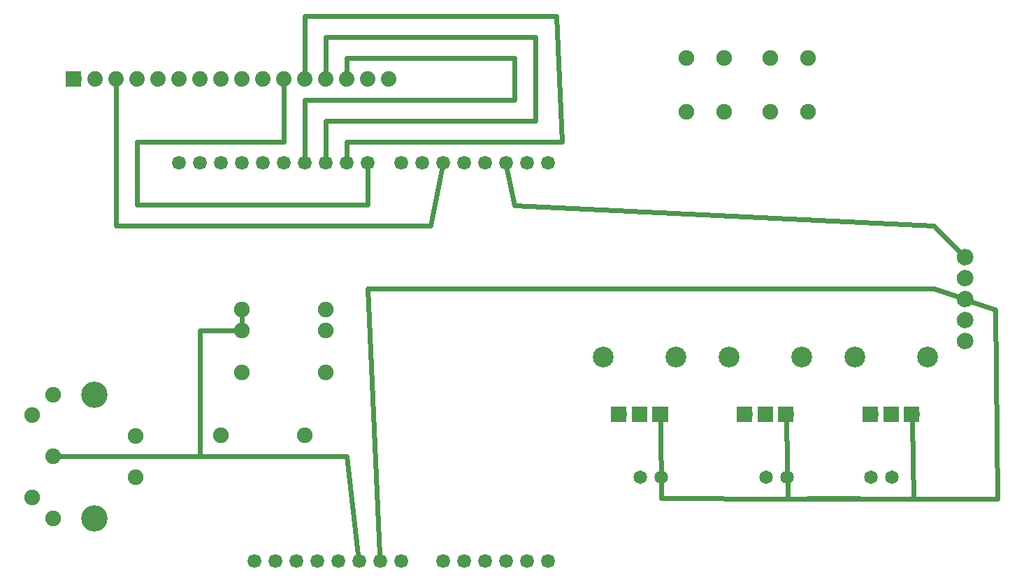
<source format=gtl>
G04 MADE WITH FRITZING*
G04 WWW.FRITZING.ORG*
G04 DOUBLE SIDED*
G04 HOLES PLATED*
G04 CONTOUR ON CENTER OF CONTOUR VECTOR*
%ASAXBY*%
%FSLAX23Y23*%
%MOIN*%
%OFA0B0*%
%SFA1.0B1.0*%
%ADD10C,0.075000*%
%ADD11C,0.126000*%
%ADD12C,0.078000*%
%ADD13C,0.066194*%
%ADD14C,0.066222*%
%ADD15C,0.074000*%
%ADD16C,0.098740*%
%ADD17C,0.065000*%
%ADD18C,0.024000*%
%ADD19R,0.001000X0.001000*%
%LNCOPPER1*%
G90*
G70*
G54D10*
X300Y345D03*
X202Y444D03*
X300Y641D03*
X202Y838D03*
X300Y936D03*
X694Y542D03*
G54D11*
X497Y936D03*
X497Y345D03*
G54D10*
X694Y739D03*
X1500Y741D03*
X1100Y741D03*
X1600Y1041D03*
X1200Y1041D03*
G54D12*
X4650Y1291D03*
X4650Y1391D03*
X4650Y1491D03*
X4650Y1591D03*
X4650Y1191D03*
G54D13*
X2260Y141D03*
X2360Y141D03*
X2460Y141D03*
X2560Y141D03*
X2660Y141D03*
G54D14*
X1800Y2041D03*
X1700Y2041D03*
X1600Y2041D03*
X1500Y2041D03*
X1400Y2041D03*
X1300Y2041D03*
X1200Y2041D03*
X1100Y2041D03*
X1000Y2041D03*
X900Y2041D03*
X2660Y2041D03*
X2560Y2041D03*
X2460Y2041D03*
X2360Y2041D03*
X2260Y2041D03*
X2160Y2041D03*
X2060Y2041D03*
X1960Y2041D03*
G54D13*
X1360Y141D03*
X1260Y141D03*
X1460Y141D03*
X1560Y141D03*
X1660Y141D03*
X1760Y141D03*
X1860Y141D03*
X1960Y141D03*
X2160Y141D03*
G54D10*
X3323Y2285D03*
X3323Y2541D03*
X3500Y2285D03*
X3500Y2541D03*
X3723Y2285D03*
X3723Y2541D03*
X3900Y2285D03*
X3900Y2541D03*
G54D15*
X3600Y841D03*
X3698Y841D03*
X3797Y841D03*
G54D16*
X3525Y1116D03*
X3872Y1116D03*
G54D15*
X3600Y841D03*
X3698Y841D03*
X3797Y841D03*
G54D16*
X3525Y1116D03*
X3872Y1116D03*
G54D15*
X3000Y841D03*
X3098Y841D03*
X3197Y841D03*
G54D16*
X2925Y1116D03*
X3272Y1116D03*
G54D15*
X3000Y841D03*
X3098Y841D03*
X3197Y841D03*
G54D16*
X2925Y1116D03*
X3272Y1116D03*
G54D15*
X4200Y841D03*
X4298Y841D03*
X4397Y841D03*
G54D16*
X4125Y1116D03*
X4472Y1116D03*
G54D15*
X4200Y841D03*
X4298Y841D03*
X4397Y841D03*
G54D16*
X4125Y1116D03*
X4472Y1116D03*
G54D15*
X400Y2441D03*
X500Y2441D03*
X600Y2441D03*
X700Y2441D03*
X800Y2441D03*
X900Y2441D03*
X1000Y2441D03*
X1100Y2441D03*
X1200Y2441D03*
X1300Y2441D03*
X1400Y2441D03*
X1500Y2441D03*
X1600Y2441D03*
X1700Y2441D03*
X1800Y2441D03*
X1900Y2441D03*
X400Y2441D03*
X500Y2441D03*
X600Y2441D03*
X700Y2441D03*
X800Y2441D03*
X900Y2441D03*
X1000Y2441D03*
X1100Y2441D03*
X1200Y2441D03*
X1300Y2441D03*
X1400Y2441D03*
X1500Y2441D03*
X1600Y2441D03*
X1700Y2441D03*
X1800Y2441D03*
X1900Y2441D03*
G54D10*
X1200Y1341D03*
X1600Y1341D03*
X1200Y1241D03*
X1600Y1241D03*
G54D17*
X3700Y541D03*
X3800Y541D03*
X3700Y541D03*
X3800Y541D03*
X3100Y541D03*
X3200Y541D03*
X3100Y541D03*
X3200Y541D03*
X4200Y541D03*
X4300Y541D03*
X4200Y541D03*
X4300Y541D03*
G54D18*
X2500Y2341D02*
X2500Y2541D01*
D02*
X1700Y2141D02*
X2728Y2141D01*
D02*
X1600Y2241D02*
X2600Y2241D01*
D02*
X1500Y2341D02*
X2500Y2341D01*
D02*
X2600Y2241D02*
X2600Y2641D01*
D02*
X2728Y2141D02*
X2700Y2741D01*
D02*
X2700Y2741D02*
X1500Y2741D01*
D02*
X1500Y2741D02*
X1500Y2472D01*
D02*
X2600Y2641D02*
X1600Y2641D01*
D02*
X1600Y2641D02*
X1600Y2472D01*
D02*
X2500Y2541D02*
X1700Y2541D01*
D02*
X1700Y2541D02*
X1700Y2472D01*
D02*
X1700Y2071D02*
X1700Y2141D01*
D02*
X1600Y2071D02*
X1600Y2241D01*
D02*
X1500Y2071D02*
X1500Y2341D01*
D02*
X700Y1841D02*
X700Y2141D01*
D02*
X1800Y1841D02*
X700Y1841D01*
D02*
X1400Y2141D02*
X1400Y2410D01*
D02*
X700Y2141D02*
X1400Y2141D01*
D02*
X1800Y2010D02*
X1800Y1841D01*
D02*
X2100Y1741D02*
X600Y1741D01*
D02*
X600Y1741D02*
X600Y2410D01*
D02*
X2154Y2011D02*
X2100Y1741D01*
D02*
X1200Y1269D02*
X1200Y1312D01*
D02*
X1700Y641D02*
X1000Y641D01*
D02*
X1756Y171D02*
X1700Y641D01*
D02*
X1000Y641D02*
X329Y641D01*
D02*
X1000Y641D02*
X1000Y1241D01*
D02*
X1000Y1241D02*
X1171Y1241D01*
D02*
X3200Y441D02*
X3197Y810D01*
D02*
X3797Y810D02*
X3804Y437D01*
D02*
X3804Y437D02*
X3200Y441D01*
D02*
X4404Y437D02*
X4397Y810D01*
D02*
X3804Y437D02*
X4404Y437D01*
D02*
X3900Y1441D02*
X3400Y1441D01*
D02*
X4404Y437D02*
X3900Y441D01*
D02*
X4500Y1741D02*
X2500Y1837D01*
D02*
X2500Y1837D02*
X2466Y2011D01*
D02*
X4627Y1613D02*
X4500Y1741D01*
D02*
X4500Y1441D02*
X4620Y1401D01*
D02*
X3900Y1441D02*
X4500Y1441D01*
D02*
X3400Y1441D02*
X3900Y1441D01*
D02*
X3400Y1441D02*
X1800Y1441D01*
D02*
X1800Y1441D02*
X1859Y171D01*
D02*
X3200Y441D02*
X3400Y441D01*
D02*
X3197Y810D02*
X3200Y441D01*
D02*
X4804Y437D02*
X4796Y1341D01*
D02*
X4796Y1341D02*
X4680Y1380D01*
D02*
X4404Y437D02*
X4804Y437D01*
G54D19*
X363Y2478D02*
X436Y2478D01*
X363Y2477D02*
X436Y2477D01*
X363Y2476D02*
X436Y2476D01*
X363Y2475D02*
X436Y2475D01*
X363Y2474D02*
X436Y2474D01*
X363Y2473D02*
X436Y2473D01*
X363Y2472D02*
X436Y2472D01*
X363Y2471D02*
X436Y2471D01*
X363Y2470D02*
X436Y2470D01*
X363Y2469D02*
X436Y2469D01*
X363Y2468D02*
X436Y2468D01*
X363Y2467D02*
X436Y2467D01*
X363Y2466D02*
X436Y2466D01*
X363Y2465D02*
X436Y2465D01*
X363Y2464D02*
X436Y2464D01*
X363Y2463D02*
X436Y2463D01*
X363Y2462D02*
X436Y2462D01*
X363Y2461D02*
X396Y2461D01*
X403Y2461D02*
X436Y2461D01*
X363Y2460D02*
X392Y2460D01*
X407Y2460D02*
X436Y2460D01*
X363Y2459D02*
X390Y2459D01*
X409Y2459D02*
X436Y2459D01*
X363Y2458D02*
X388Y2458D01*
X411Y2458D02*
X436Y2458D01*
X363Y2457D02*
X387Y2457D01*
X412Y2457D02*
X436Y2457D01*
X363Y2456D02*
X386Y2456D01*
X413Y2456D02*
X436Y2456D01*
X363Y2455D02*
X384Y2455D01*
X414Y2455D02*
X436Y2455D01*
X363Y2454D02*
X384Y2454D01*
X415Y2454D02*
X436Y2454D01*
X363Y2453D02*
X383Y2453D01*
X416Y2453D02*
X436Y2453D01*
X363Y2452D02*
X382Y2452D01*
X417Y2452D02*
X436Y2452D01*
X363Y2451D02*
X382Y2451D01*
X417Y2451D02*
X436Y2451D01*
X363Y2450D02*
X381Y2450D01*
X418Y2450D02*
X436Y2450D01*
X363Y2449D02*
X381Y2449D01*
X418Y2449D02*
X436Y2449D01*
X363Y2448D02*
X380Y2448D01*
X419Y2448D02*
X436Y2448D01*
X363Y2447D02*
X380Y2447D01*
X419Y2447D02*
X436Y2447D01*
X363Y2446D02*
X380Y2446D01*
X419Y2446D02*
X436Y2446D01*
X363Y2445D02*
X379Y2445D01*
X420Y2445D02*
X436Y2445D01*
X363Y2444D02*
X379Y2444D01*
X420Y2444D02*
X436Y2444D01*
X363Y2443D02*
X379Y2443D01*
X420Y2443D02*
X436Y2443D01*
X363Y2442D02*
X379Y2442D01*
X420Y2442D02*
X436Y2442D01*
X363Y2441D02*
X379Y2441D01*
X420Y2441D02*
X436Y2441D01*
X363Y2440D02*
X379Y2440D01*
X420Y2440D02*
X436Y2440D01*
X363Y2439D02*
X379Y2439D01*
X420Y2439D02*
X436Y2439D01*
X363Y2438D02*
X379Y2438D01*
X420Y2438D02*
X436Y2438D01*
X363Y2437D02*
X379Y2437D01*
X419Y2437D02*
X436Y2437D01*
X363Y2436D02*
X380Y2436D01*
X419Y2436D02*
X436Y2436D01*
X363Y2435D02*
X380Y2435D01*
X419Y2435D02*
X436Y2435D01*
X363Y2434D02*
X380Y2434D01*
X419Y2434D02*
X436Y2434D01*
X363Y2433D02*
X381Y2433D01*
X418Y2433D02*
X436Y2433D01*
X363Y2432D02*
X381Y2432D01*
X418Y2432D02*
X436Y2432D01*
X363Y2431D02*
X382Y2431D01*
X417Y2431D02*
X436Y2431D01*
X363Y2430D02*
X382Y2430D01*
X417Y2430D02*
X436Y2430D01*
X363Y2429D02*
X383Y2429D01*
X416Y2429D02*
X436Y2429D01*
X363Y2428D02*
X384Y2428D01*
X415Y2428D02*
X436Y2428D01*
X363Y2427D02*
X385Y2427D01*
X414Y2427D02*
X436Y2427D01*
X363Y2426D02*
X386Y2426D01*
X413Y2426D02*
X436Y2426D01*
X363Y2425D02*
X387Y2425D01*
X412Y2425D02*
X436Y2425D01*
X363Y2424D02*
X389Y2424D01*
X410Y2424D02*
X436Y2424D01*
X363Y2423D02*
X391Y2423D01*
X408Y2423D02*
X436Y2423D01*
X363Y2422D02*
X393Y2422D01*
X406Y2422D02*
X436Y2422D01*
X363Y2421D02*
X436Y2421D01*
X363Y2420D02*
X436Y2420D01*
X363Y2419D02*
X436Y2419D01*
X363Y2418D02*
X436Y2418D01*
X363Y2417D02*
X436Y2417D01*
X363Y2416D02*
X436Y2416D01*
X363Y2415D02*
X436Y2415D01*
X363Y2414D02*
X436Y2414D01*
X363Y2413D02*
X436Y2413D01*
X363Y2412D02*
X436Y2412D01*
X363Y2411D02*
X436Y2411D01*
X363Y2410D02*
X436Y2410D01*
X363Y2409D02*
X436Y2409D01*
X363Y2408D02*
X436Y2408D01*
X363Y2407D02*
X436Y2407D01*
X363Y2406D02*
X436Y2406D01*
X363Y2405D02*
X436Y2405D01*
X4646Y1630D02*
X4652Y1630D01*
X4641Y1629D02*
X4658Y1629D01*
X4637Y1628D02*
X4661Y1628D01*
X4635Y1627D02*
X4663Y1627D01*
X4633Y1626D02*
X4665Y1626D01*
X4631Y1625D02*
X4667Y1625D01*
X4629Y1624D02*
X4669Y1624D01*
X4628Y1623D02*
X4670Y1623D01*
X4627Y1622D02*
X4671Y1622D01*
X4625Y1621D02*
X4673Y1621D01*
X4624Y1620D02*
X4674Y1620D01*
X4623Y1619D02*
X4675Y1619D01*
X4622Y1618D02*
X4676Y1618D01*
X4621Y1617D02*
X4677Y1617D01*
X4620Y1616D02*
X4678Y1616D01*
X4619Y1615D02*
X4679Y1615D01*
X4619Y1614D02*
X4679Y1614D01*
X4618Y1613D02*
X4680Y1613D01*
X4617Y1612D02*
X4645Y1612D01*
X4653Y1612D02*
X4681Y1612D01*
X4617Y1611D02*
X4641Y1611D01*
X4657Y1611D02*
X4682Y1611D01*
X4616Y1610D02*
X4638Y1610D01*
X4660Y1610D02*
X4682Y1610D01*
X4615Y1609D02*
X4636Y1609D01*
X4662Y1609D02*
X4683Y1609D01*
X4615Y1608D02*
X4635Y1608D01*
X4663Y1608D02*
X4683Y1608D01*
X4614Y1607D02*
X4634Y1607D01*
X4664Y1607D02*
X4684Y1607D01*
X4614Y1606D02*
X4633Y1606D01*
X4665Y1606D02*
X4684Y1606D01*
X4613Y1605D02*
X4632Y1605D01*
X4666Y1605D02*
X4685Y1605D01*
X4613Y1604D02*
X4631Y1604D01*
X4667Y1604D02*
X4685Y1604D01*
X4613Y1603D02*
X4630Y1603D01*
X4668Y1603D02*
X4685Y1603D01*
X4612Y1602D02*
X4630Y1602D01*
X4668Y1602D02*
X4686Y1602D01*
X4612Y1601D02*
X4629Y1601D01*
X4669Y1601D02*
X4686Y1601D01*
X4612Y1600D02*
X4629Y1600D01*
X4669Y1600D02*
X4686Y1600D01*
X4611Y1599D02*
X4629Y1599D01*
X4669Y1599D02*
X4687Y1599D01*
X4611Y1598D02*
X4628Y1598D01*
X4670Y1598D02*
X4687Y1598D01*
X4611Y1597D02*
X4628Y1597D01*
X4670Y1597D02*
X4687Y1597D01*
X4611Y1596D02*
X4628Y1596D01*
X4670Y1596D02*
X4687Y1596D01*
X4611Y1595D02*
X4628Y1595D01*
X4670Y1595D02*
X4687Y1595D01*
X4611Y1594D02*
X4628Y1594D01*
X4670Y1594D02*
X4687Y1594D01*
X4611Y1593D02*
X4628Y1593D01*
X4670Y1593D02*
X4687Y1593D01*
X4611Y1592D02*
X4628Y1592D01*
X4671Y1592D02*
X4688Y1592D01*
X4611Y1591D02*
X4628Y1591D01*
X4671Y1591D02*
X4688Y1591D01*
X4611Y1590D02*
X4628Y1590D01*
X4670Y1590D02*
X4688Y1590D01*
X4611Y1589D02*
X4628Y1589D01*
X4670Y1589D02*
X4687Y1589D01*
X4611Y1588D02*
X4628Y1588D01*
X4670Y1588D02*
X4687Y1588D01*
X4611Y1587D02*
X4628Y1587D01*
X4670Y1587D02*
X4687Y1587D01*
X4611Y1586D02*
X4628Y1586D01*
X4670Y1586D02*
X4687Y1586D01*
X4611Y1585D02*
X4628Y1585D01*
X4670Y1585D02*
X4687Y1585D01*
X4611Y1584D02*
X4629Y1584D01*
X4670Y1584D02*
X4687Y1584D01*
X4612Y1583D02*
X4629Y1583D01*
X4669Y1583D02*
X4687Y1583D01*
X4612Y1582D02*
X4629Y1582D01*
X4669Y1582D02*
X4686Y1582D01*
X4612Y1581D02*
X4630Y1581D01*
X4668Y1581D02*
X4686Y1581D01*
X4612Y1580D02*
X4630Y1580D01*
X4668Y1580D02*
X4686Y1580D01*
X4613Y1579D02*
X4631Y1579D01*
X4667Y1579D02*
X4685Y1579D01*
X4613Y1578D02*
X4631Y1578D01*
X4667Y1578D02*
X4685Y1578D01*
X4614Y1577D02*
X4632Y1577D01*
X4666Y1577D02*
X4684Y1577D01*
X4614Y1576D02*
X4633Y1576D01*
X4665Y1576D02*
X4684Y1576D01*
X4615Y1575D02*
X4634Y1575D01*
X4664Y1575D02*
X4684Y1575D01*
X4615Y1574D02*
X4635Y1574D01*
X4663Y1574D02*
X4683Y1574D01*
X4616Y1573D02*
X4637Y1573D01*
X4661Y1573D02*
X4682Y1573D01*
X4616Y1572D02*
X4639Y1572D01*
X4659Y1572D02*
X4682Y1572D01*
X4617Y1571D02*
X4642Y1571D01*
X4656Y1571D02*
X4681Y1571D01*
X4617Y1570D02*
X4681Y1570D01*
X4618Y1569D02*
X4680Y1569D01*
X4619Y1568D02*
X4679Y1568D01*
X4620Y1567D02*
X4678Y1567D01*
X4621Y1566D02*
X4677Y1566D01*
X4622Y1565D02*
X4677Y1565D01*
X4623Y1564D02*
X4676Y1564D01*
X4624Y1563D02*
X4674Y1563D01*
X4625Y1562D02*
X4673Y1562D01*
X4626Y1561D02*
X4672Y1561D01*
X4627Y1560D02*
X4671Y1560D01*
X4629Y1559D02*
X4669Y1559D01*
X4630Y1558D02*
X4668Y1558D01*
X4632Y1557D02*
X4666Y1557D01*
X4634Y1556D02*
X4664Y1556D01*
X4636Y1555D02*
X4662Y1555D01*
X4639Y1554D02*
X4659Y1554D01*
X4642Y1553D02*
X4656Y1553D01*
X4646Y1530D02*
X4652Y1530D01*
X4641Y1529D02*
X4658Y1529D01*
X4637Y1528D02*
X4661Y1528D01*
X4635Y1527D02*
X4663Y1527D01*
X4633Y1526D02*
X4665Y1526D01*
X4631Y1525D02*
X4667Y1525D01*
X4629Y1524D02*
X4669Y1524D01*
X4628Y1523D02*
X4670Y1523D01*
X4627Y1522D02*
X4671Y1522D01*
X4625Y1521D02*
X4673Y1521D01*
X4624Y1520D02*
X4674Y1520D01*
X4623Y1519D02*
X4675Y1519D01*
X4622Y1518D02*
X4676Y1518D01*
X4621Y1517D02*
X4677Y1517D01*
X4620Y1516D02*
X4678Y1516D01*
X4619Y1515D02*
X4679Y1515D01*
X4619Y1514D02*
X4679Y1514D01*
X4618Y1513D02*
X4680Y1513D01*
X4617Y1512D02*
X4645Y1512D01*
X4653Y1512D02*
X4681Y1512D01*
X4617Y1511D02*
X4641Y1511D01*
X4658Y1511D02*
X4682Y1511D01*
X4616Y1510D02*
X4638Y1510D01*
X4660Y1510D02*
X4682Y1510D01*
X4615Y1509D02*
X4636Y1509D01*
X4662Y1509D02*
X4683Y1509D01*
X4615Y1508D02*
X4635Y1508D01*
X4663Y1508D02*
X4683Y1508D01*
X4614Y1507D02*
X4634Y1507D01*
X4664Y1507D02*
X4684Y1507D01*
X4614Y1506D02*
X4633Y1506D01*
X4665Y1506D02*
X4684Y1506D01*
X4613Y1505D02*
X4632Y1505D01*
X4666Y1505D02*
X4685Y1505D01*
X4613Y1504D02*
X4631Y1504D01*
X4667Y1504D02*
X4685Y1504D01*
X4613Y1503D02*
X4630Y1503D01*
X4668Y1503D02*
X4685Y1503D01*
X4612Y1502D02*
X4630Y1502D01*
X4668Y1502D02*
X4686Y1502D01*
X4612Y1501D02*
X4629Y1501D01*
X4669Y1501D02*
X4686Y1501D01*
X4612Y1500D02*
X4629Y1500D01*
X4669Y1500D02*
X4686Y1500D01*
X4611Y1499D02*
X4629Y1499D01*
X4669Y1499D02*
X4687Y1499D01*
X4611Y1498D02*
X4628Y1498D01*
X4670Y1498D02*
X4687Y1498D01*
X4611Y1497D02*
X4628Y1497D01*
X4670Y1497D02*
X4687Y1497D01*
X4611Y1496D02*
X4628Y1496D01*
X4670Y1496D02*
X4687Y1496D01*
X4611Y1495D02*
X4628Y1495D01*
X4670Y1495D02*
X4687Y1495D01*
X4611Y1494D02*
X4628Y1494D01*
X4670Y1494D02*
X4687Y1494D01*
X4611Y1493D02*
X4628Y1493D01*
X4670Y1493D02*
X4687Y1493D01*
X4611Y1492D02*
X4628Y1492D01*
X4671Y1492D02*
X4688Y1492D01*
X4611Y1491D02*
X4628Y1491D01*
X4671Y1491D02*
X4688Y1491D01*
X4611Y1490D02*
X4628Y1490D01*
X4670Y1490D02*
X4688Y1490D01*
X4611Y1489D02*
X4628Y1489D01*
X4670Y1489D02*
X4687Y1489D01*
X4611Y1488D02*
X4628Y1488D01*
X4670Y1488D02*
X4687Y1488D01*
X4611Y1487D02*
X4628Y1487D01*
X4670Y1487D02*
X4687Y1487D01*
X4611Y1486D02*
X4628Y1486D01*
X4670Y1486D02*
X4687Y1486D01*
X4611Y1485D02*
X4628Y1485D01*
X4670Y1485D02*
X4687Y1485D01*
X4611Y1484D02*
X4629Y1484D01*
X4670Y1484D02*
X4687Y1484D01*
X4612Y1483D02*
X4629Y1483D01*
X4669Y1483D02*
X4687Y1483D01*
X4612Y1482D02*
X4629Y1482D01*
X4669Y1482D02*
X4686Y1482D01*
X4612Y1481D02*
X4630Y1481D01*
X4668Y1481D02*
X4686Y1481D01*
X4612Y1480D02*
X4630Y1480D01*
X4668Y1480D02*
X4686Y1480D01*
X4613Y1479D02*
X4631Y1479D01*
X4667Y1479D02*
X4685Y1479D01*
X4613Y1478D02*
X4631Y1478D01*
X4667Y1478D02*
X4685Y1478D01*
X4614Y1477D02*
X4632Y1477D01*
X4666Y1477D02*
X4684Y1477D01*
X4614Y1476D02*
X4633Y1476D01*
X4665Y1476D02*
X4684Y1476D01*
X4615Y1475D02*
X4634Y1475D01*
X4664Y1475D02*
X4684Y1475D01*
X4615Y1474D02*
X4635Y1474D01*
X4663Y1474D02*
X4683Y1474D01*
X4616Y1473D02*
X4637Y1473D01*
X4661Y1473D02*
X4682Y1473D01*
X4616Y1472D02*
X4639Y1472D01*
X4659Y1472D02*
X4682Y1472D01*
X4617Y1471D02*
X4642Y1471D01*
X4656Y1471D02*
X4681Y1471D01*
X4617Y1470D02*
X4681Y1470D01*
X4618Y1469D02*
X4680Y1469D01*
X4619Y1468D02*
X4679Y1468D01*
X4620Y1467D02*
X4678Y1467D01*
X4621Y1466D02*
X4677Y1466D01*
X4622Y1465D02*
X4676Y1465D01*
X4623Y1464D02*
X4676Y1464D01*
X4624Y1463D02*
X4674Y1463D01*
X4625Y1462D02*
X4673Y1462D01*
X4626Y1461D02*
X4672Y1461D01*
X4627Y1460D02*
X4671Y1460D01*
X4629Y1459D02*
X4669Y1459D01*
X4630Y1458D02*
X4668Y1458D01*
X4632Y1457D02*
X4666Y1457D01*
X4634Y1456D02*
X4664Y1456D01*
X4636Y1455D02*
X4662Y1455D01*
X4639Y1454D02*
X4659Y1454D01*
X4642Y1453D02*
X4656Y1453D01*
X4646Y1430D02*
X4652Y1430D01*
X4640Y1429D02*
X4658Y1429D01*
X4637Y1428D02*
X4661Y1428D01*
X4635Y1427D02*
X4663Y1427D01*
X4633Y1426D02*
X4665Y1426D01*
X4631Y1425D02*
X4667Y1425D01*
X4629Y1424D02*
X4669Y1424D01*
X4628Y1423D02*
X4670Y1423D01*
X4627Y1422D02*
X4671Y1422D01*
X4625Y1421D02*
X4673Y1421D01*
X4624Y1420D02*
X4674Y1420D01*
X4623Y1419D02*
X4675Y1419D01*
X4622Y1418D02*
X4676Y1418D01*
X4621Y1417D02*
X4677Y1417D01*
X4620Y1416D02*
X4678Y1416D01*
X4619Y1415D02*
X4679Y1415D01*
X4619Y1414D02*
X4679Y1414D01*
X4618Y1413D02*
X4680Y1413D01*
X4617Y1412D02*
X4645Y1412D01*
X4653Y1412D02*
X4681Y1412D01*
X4617Y1411D02*
X4641Y1411D01*
X4658Y1411D02*
X4682Y1411D01*
X4616Y1410D02*
X4638Y1410D01*
X4660Y1410D02*
X4682Y1410D01*
X4615Y1409D02*
X4636Y1409D01*
X4662Y1409D02*
X4683Y1409D01*
X4615Y1408D02*
X4635Y1408D01*
X4663Y1408D02*
X4683Y1408D01*
X4614Y1407D02*
X4634Y1407D01*
X4664Y1407D02*
X4684Y1407D01*
X4614Y1406D02*
X4633Y1406D01*
X4665Y1406D02*
X4684Y1406D01*
X4613Y1405D02*
X4632Y1405D01*
X4666Y1405D02*
X4685Y1405D01*
X4613Y1404D02*
X4631Y1404D01*
X4667Y1404D02*
X4685Y1404D01*
X4613Y1403D02*
X4630Y1403D01*
X4668Y1403D02*
X4685Y1403D01*
X4612Y1402D02*
X4630Y1402D01*
X4668Y1402D02*
X4686Y1402D01*
X4612Y1401D02*
X4629Y1401D01*
X4669Y1401D02*
X4686Y1401D01*
X4612Y1400D02*
X4629Y1400D01*
X4669Y1400D02*
X4686Y1400D01*
X4611Y1399D02*
X4629Y1399D01*
X4669Y1399D02*
X4687Y1399D01*
X4611Y1398D02*
X4628Y1398D01*
X4670Y1398D02*
X4687Y1398D01*
X4611Y1397D02*
X4628Y1397D01*
X4670Y1397D02*
X4687Y1397D01*
X4611Y1396D02*
X4628Y1396D01*
X4670Y1396D02*
X4687Y1396D01*
X4611Y1395D02*
X4628Y1395D01*
X4670Y1395D02*
X4687Y1395D01*
X4611Y1394D02*
X4628Y1394D01*
X4670Y1394D02*
X4687Y1394D01*
X4611Y1393D02*
X4628Y1393D01*
X4670Y1393D02*
X4687Y1393D01*
X4611Y1392D02*
X4628Y1392D01*
X4671Y1392D02*
X4688Y1392D01*
X4611Y1391D02*
X4628Y1391D01*
X4671Y1391D02*
X4688Y1391D01*
X4611Y1390D02*
X4628Y1390D01*
X4670Y1390D02*
X4688Y1390D01*
X4611Y1389D02*
X4628Y1389D01*
X4670Y1389D02*
X4687Y1389D01*
X4611Y1388D02*
X4628Y1388D01*
X4670Y1388D02*
X4687Y1388D01*
X4611Y1387D02*
X4628Y1387D01*
X4670Y1387D02*
X4687Y1387D01*
X4611Y1386D02*
X4628Y1386D01*
X4670Y1386D02*
X4687Y1386D01*
X4611Y1385D02*
X4628Y1385D01*
X4670Y1385D02*
X4687Y1385D01*
X4611Y1384D02*
X4629Y1384D01*
X4670Y1384D02*
X4687Y1384D01*
X4612Y1383D02*
X4629Y1383D01*
X4669Y1383D02*
X4687Y1383D01*
X4612Y1382D02*
X4629Y1382D01*
X4669Y1382D02*
X4686Y1382D01*
X4612Y1381D02*
X4630Y1381D01*
X4668Y1381D02*
X4686Y1381D01*
X4612Y1380D02*
X4630Y1380D01*
X4668Y1380D02*
X4686Y1380D01*
X4613Y1379D02*
X4631Y1379D01*
X4667Y1379D02*
X4685Y1379D01*
X4613Y1378D02*
X4631Y1378D01*
X4667Y1378D02*
X4685Y1378D01*
X4614Y1377D02*
X4632Y1377D01*
X4666Y1377D02*
X4684Y1377D01*
X4614Y1376D02*
X4633Y1376D01*
X4665Y1376D02*
X4684Y1376D01*
X4615Y1375D02*
X4634Y1375D01*
X4664Y1375D02*
X4684Y1375D01*
X4615Y1374D02*
X4635Y1374D01*
X4663Y1374D02*
X4683Y1374D01*
X4616Y1373D02*
X4637Y1373D01*
X4661Y1373D02*
X4682Y1373D01*
X4616Y1372D02*
X4639Y1372D01*
X4659Y1372D02*
X4682Y1372D01*
X4617Y1371D02*
X4642Y1371D01*
X4656Y1371D02*
X4681Y1371D01*
X4617Y1370D02*
X4681Y1370D01*
X4618Y1369D02*
X4680Y1369D01*
X4619Y1368D02*
X4679Y1368D01*
X4620Y1367D02*
X4678Y1367D01*
X4621Y1366D02*
X4677Y1366D01*
X4622Y1365D02*
X4676Y1365D01*
X4623Y1364D02*
X4676Y1364D01*
X4624Y1363D02*
X4674Y1363D01*
X4625Y1362D02*
X4673Y1362D01*
X4626Y1361D02*
X4672Y1361D01*
X4627Y1360D02*
X4671Y1360D01*
X4629Y1359D02*
X4669Y1359D01*
X4630Y1358D02*
X4668Y1358D01*
X4632Y1357D02*
X4666Y1357D01*
X4634Y1356D02*
X4664Y1356D01*
X4636Y1355D02*
X4662Y1355D01*
X4639Y1354D02*
X4659Y1354D01*
X4642Y1353D02*
X4656Y1353D01*
X4646Y1330D02*
X4652Y1330D01*
X4640Y1329D02*
X4658Y1329D01*
X4637Y1328D02*
X4661Y1328D01*
X4635Y1327D02*
X4663Y1327D01*
X4633Y1326D02*
X4665Y1326D01*
X4631Y1325D02*
X4667Y1325D01*
X4629Y1324D02*
X4669Y1324D01*
X4628Y1323D02*
X4670Y1323D01*
X4627Y1322D02*
X4671Y1322D01*
X4625Y1321D02*
X4673Y1321D01*
X4624Y1320D02*
X4674Y1320D01*
X4623Y1319D02*
X4675Y1319D01*
X4622Y1318D02*
X4676Y1318D01*
X4621Y1317D02*
X4677Y1317D01*
X4620Y1316D02*
X4678Y1316D01*
X4619Y1315D02*
X4679Y1315D01*
X4619Y1314D02*
X4679Y1314D01*
X4618Y1313D02*
X4680Y1313D01*
X4617Y1312D02*
X4645Y1312D01*
X4653Y1312D02*
X4681Y1312D01*
X4617Y1311D02*
X4641Y1311D01*
X4658Y1311D02*
X4682Y1311D01*
X4616Y1310D02*
X4638Y1310D01*
X4660Y1310D02*
X4682Y1310D01*
X4615Y1309D02*
X4636Y1309D01*
X4662Y1309D02*
X4683Y1309D01*
X4615Y1308D02*
X4635Y1308D01*
X4663Y1308D02*
X4683Y1308D01*
X4614Y1307D02*
X4634Y1307D01*
X4664Y1307D02*
X4684Y1307D01*
X4614Y1306D02*
X4633Y1306D01*
X4665Y1306D02*
X4684Y1306D01*
X4613Y1305D02*
X4632Y1305D01*
X4666Y1305D02*
X4685Y1305D01*
X4613Y1304D02*
X4631Y1304D01*
X4667Y1304D02*
X4685Y1304D01*
X4613Y1303D02*
X4630Y1303D01*
X4668Y1303D02*
X4685Y1303D01*
X4612Y1302D02*
X4630Y1302D01*
X4668Y1302D02*
X4686Y1302D01*
X4612Y1301D02*
X4629Y1301D01*
X4669Y1301D02*
X4686Y1301D01*
X4612Y1300D02*
X4629Y1300D01*
X4669Y1300D02*
X4686Y1300D01*
X4611Y1299D02*
X4629Y1299D01*
X4669Y1299D02*
X4687Y1299D01*
X4611Y1298D02*
X4628Y1298D01*
X4670Y1298D02*
X4687Y1298D01*
X4611Y1297D02*
X4628Y1297D01*
X4670Y1297D02*
X4687Y1297D01*
X4611Y1296D02*
X4628Y1296D01*
X4670Y1296D02*
X4687Y1296D01*
X4611Y1295D02*
X4628Y1295D01*
X4670Y1295D02*
X4687Y1295D01*
X4611Y1294D02*
X4628Y1294D01*
X4670Y1294D02*
X4687Y1294D01*
X4611Y1293D02*
X4628Y1293D01*
X4670Y1293D02*
X4687Y1293D01*
X4611Y1292D02*
X4628Y1292D01*
X4671Y1292D02*
X4688Y1292D01*
X4611Y1291D02*
X4628Y1291D01*
X4671Y1291D02*
X4688Y1291D01*
X4611Y1290D02*
X4628Y1290D01*
X4670Y1290D02*
X4688Y1290D01*
X4611Y1289D02*
X4628Y1289D01*
X4670Y1289D02*
X4687Y1289D01*
X4611Y1288D02*
X4628Y1288D01*
X4670Y1288D02*
X4687Y1288D01*
X4611Y1287D02*
X4628Y1287D01*
X4670Y1287D02*
X4687Y1287D01*
X4611Y1286D02*
X4628Y1286D01*
X4670Y1286D02*
X4687Y1286D01*
X4611Y1285D02*
X4628Y1285D01*
X4670Y1285D02*
X4687Y1285D01*
X4611Y1284D02*
X4629Y1284D01*
X4670Y1284D02*
X4687Y1284D01*
X4612Y1283D02*
X4629Y1283D01*
X4669Y1283D02*
X4687Y1283D01*
X4612Y1282D02*
X4629Y1282D01*
X4669Y1282D02*
X4686Y1282D01*
X4612Y1281D02*
X4630Y1281D01*
X4668Y1281D02*
X4686Y1281D01*
X4612Y1280D02*
X4630Y1280D01*
X4668Y1280D02*
X4686Y1280D01*
X4613Y1279D02*
X4631Y1279D01*
X4667Y1279D02*
X4685Y1279D01*
X4613Y1278D02*
X4631Y1278D01*
X4667Y1278D02*
X4685Y1278D01*
X4614Y1277D02*
X4632Y1277D01*
X4666Y1277D02*
X4684Y1277D01*
X4614Y1276D02*
X4633Y1276D01*
X4665Y1276D02*
X4684Y1276D01*
X4615Y1275D02*
X4634Y1275D01*
X4664Y1275D02*
X4684Y1275D01*
X4615Y1274D02*
X4635Y1274D01*
X4663Y1274D02*
X4683Y1274D01*
X4616Y1273D02*
X4637Y1273D01*
X4661Y1273D02*
X4682Y1273D01*
X4616Y1272D02*
X4639Y1272D01*
X4659Y1272D02*
X4682Y1272D01*
X4617Y1271D02*
X4642Y1271D01*
X4656Y1271D02*
X4681Y1271D01*
X4617Y1270D02*
X4681Y1270D01*
X4618Y1269D02*
X4680Y1269D01*
X4619Y1268D02*
X4679Y1268D01*
X4620Y1267D02*
X4678Y1267D01*
X4621Y1266D02*
X4677Y1266D01*
X4622Y1265D02*
X4676Y1265D01*
X4623Y1264D02*
X4676Y1264D01*
X4624Y1263D02*
X4674Y1263D01*
X4625Y1262D02*
X4673Y1262D01*
X4626Y1261D02*
X4672Y1261D01*
X4627Y1260D02*
X4671Y1260D01*
X4629Y1259D02*
X4669Y1259D01*
X4630Y1258D02*
X4668Y1258D01*
X4632Y1257D02*
X4666Y1257D01*
X4634Y1256D02*
X4664Y1256D01*
X4636Y1255D02*
X4662Y1255D01*
X4639Y1254D02*
X4659Y1254D01*
X4642Y1253D02*
X4656Y1253D01*
X4646Y1230D02*
X4652Y1230D01*
X4640Y1229D02*
X4658Y1229D01*
X4637Y1228D02*
X4661Y1228D01*
X4635Y1227D02*
X4663Y1227D01*
X4633Y1226D02*
X4665Y1226D01*
X4631Y1225D02*
X4667Y1225D01*
X4629Y1224D02*
X4669Y1224D01*
X4628Y1223D02*
X4670Y1223D01*
X4627Y1222D02*
X4671Y1222D01*
X4625Y1221D02*
X4673Y1221D01*
X4624Y1220D02*
X4674Y1220D01*
X4623Y1219D02*
X4675Y1219D01*
X4622Y1218D02*
X4676Y1218D01*
X4621Y1217D02*
X4677Y1217D01*
X4620Y1216D02*
X4678Y1216D01*
X4619Y1215D02*
X4679Y1215D01*
X4619Y1214D02*
X4679Y1214D01*
X4618Y1213D02*
X4680Y1213D01*
X4617Y1212D02*
X4645Y1212D01*
X4653Y1212D02*
X4681Y1212D01*
X4617Y1211D02*
X4641Y1211D01*
X4658Y1211D02*
X4682Y1211D01*
X4616Y1210D02*
X4638Y1210D01*
X4660Y1210D02*
X4682Y1210D01*
X4615Y1209D02*
X4636Y1209D01*
X4662Y1209D02*
X4683Y1209D01*
X4615Y1208D02*
X4635Y1208D01*
X4663Y1208D02*
X4683Y1208D01*
X4614Y1207D02*
X4634Y1207D01*
X4664Y1207D02*
X4684Y1207D01*
X4614Y1206D02*
X4633Y1206D01*
X4665Y1206D02*
X4684Y1206D01*
X4613Y1205D02*
X4632Y1205D01*
X4666Y1205D02*
X4685Y1205D01*
X4613Y1204D02*
X4631Y1204D01*
X4667Y1204D02*
X4685Y1204D01*
X4613Y1203D02*
X4630Y1203D01*
X4668Y1203D02*
X4685Y1203D01*
X4612Y1202D02*
X4630Y1202D01*
X4668Y1202D02*
X4686Y1202D01*
X4612Y1201D02*
X4629Y1201D01*
X4669Y1201D02*
X4686Y1201D01*
X4612Y1200D02*
X4629Y1200D01*
X4669Y1200D02*
X4686Y1200D01*
X4611Y1199D02*
X4629Y1199D01*
X4669Y1199D02*
X4687Y1199D01*
X4611Y1198D02*
X4628Y1198D01*
X4670Y1198D02*
X4687Y1198D01*
X4611Y1197D02*
X4628Y1197D01*
X4670Y1197D02*
X4687Y1197D01*
X4611Y1196D02*
X4628Y1196D01*
X4670Y1196D02*
X4687Y1196D01*
X4611Y1195D02*
X4628Y1195D01*
X4670Y1195D02*
X4687Y1195D01*
X4611Y1194D02*
X4628Y1194D01*
X4670Y1194D02*
X4687Y1194D01*
X4611Y1193D02*
X4628Y1193D01*
X4670Y1193D02*
X4687Y1193D01*
X4611Y1192D02*
X4628Y1192D01*
X4671Y1192D02*
X4688Y1192D01*
X4611Y1191D02*
X4628Y1191D01*
X4671Y1191D02*
X4688Y1191D01*
X4611Y1190D02*
X4628Y1190D01*
X4670Y1190D02*
X4688Y1190D01*
X4611Y1189D02*
X4628Y1189D01*
X4670Y1189D02*
X4687Y1189D01*
X4611Y1188D02*
X4628Y1188D01*
X4670Y1188D02*
X4687Y1188D01*
X4611Y1187D02*
X4628Y1187D01*
X4670Y1187D02*
X4687Y1187D01*
X4611Y1186D02*
X4628Y1186D01*
X4670Y1186D02*
X4687Y1186D01*
X4611Y1185D02*
X4628Y1185D01*
X4670Y1185D02*
X4687Y1185D01*
X4611Y1184D02*
X4629Y1184D01*
X4670Y1184D02*
X4687Y1184D01*
X4612Y1183D02*
X4629Y1183D01*
X4669Y1183D02*
X4687Y1183D01*
X4612Y1182D02*
X4629Y1182D01*
X4669Y1182D02*
X4686Y1182D01*
X4612Y1181D02*
X4630Y1181D01*
X4668Y1181D02*
X4686Y1181D01*
X4612Y1180D02*
X4630Y1180D01*
X4668Y1180D02*
X4686Y1180D01*
X4613Y1179D02*
X4631Y1179D01*
X4667Y1179D02*
X4685Y1179D01*
X4613Y1178D02*
X4631Y1178D01*
X4667Y1178D02*
X4685Y1178D01*
X4614Y1177D02*
X4632Y1177D01*
X4666Y1177D02*
X4684Y1177D01*
X4614Y1176D02*
X4633Y1176D01*
X4665Y1176D02*
X4684Y1176D01*
X4615Y1175D02*
X4634Y1175D01*
X4664Y1175D02*
X4684Y1175D01*
X4615Y1174D02*
X4635Y1174D01*
X4663Y1174D02*
X4683Y1174D01*
X4616Y1173D02*
X4637Y1173D01*
X4661Y1173D02*
X4682Y1173D01*
X4616Y1172D02*
X4639Y1172D01*
X4659Y1172D02*
X4682Y1172D01*
X4617Y1171D02*
X4642Y1171D01*
X4656Y1171D02*
X4681Y1171D01*
X4617Y1170D02*
X4681Y1170D01*
X4618Y1169D02*
X4680Y1169D01*
X4619Y1168D02*
X4679Y1168D01*
X4620Y1167D02*
X4678Y1167D01*
X4621Y1166D02*
X4677Y1166D01*
X4622Y1165D02*
X4676Y1165D01*
X4623Y1164D02*
X4676Y1164D01*
X4624Y1163D02*
X4674Y1163D01*
X4625Y1162D02*
X4673Y1162D01*
X4626Y1161D02*
X4672Y1161D01*
X4627Y1160D02*
X4671Y1160D01*
X4629Y1159D02*
X4669Y1159D01*
X4630Y1158D02*
X4668Y1158D01*
X4632Y1157D02*
X4666Y1157D01*
X4634Y1156D02*
X4664Y1156D01*
X4636Y1155D02*
X4662Y1155D01*
X4639Y1154D02*
X4659Y1154D01*
X4642Y1153D02*
X4656Y1153D01*
X2963Y878D02*
X3035Y878D01*
X3061Y878D02*
X3134Y878D01*
X3160Y878D02*
X3232Y878D01*
X3563Y878D02*
X3635Y878D01*
X3661Y878D02*
X3734Y878D01*
X3760Y878D02*
X3832Y878D01*
X4163Y878D02*
X4235Y878D01*
X4261Y878D02*
X4334Y878D01*
X4360Y878D02*
X4432Y878D01*
X2963Y877D02*
X3036Y877D01*
X3061Y877D02*
X3134Y877D01*
X3160Y877D02*
X3233Y877D01*
X3563Y877D02*
X3636Y877D01*
X3661Y877D02*
X3734Y877D01*
X3759Y877D02*
X3832Y877D01*
X4163Y877D02*
X4236Y877D01*
X4261Y877D02*
X4334Y877D01*
X4359Y877D02*
X4432Y877D01*
X2963Y876D02*
X3036Y876D01*
X3061Y876D02*
X3134Y876D01*
X3160Y876D02*
X3233Y876D01*
X3563Y876D02*
X3636Y876D01*
X3661Y876D02*
X3734Y876D01*
X3759Y876D02*
X3832Y876D01*
X4163Y876D02*
X4236Y876D01*
X4261Y876D02*
X4334Y876D01*
X4359Y876D02*
X4432Y876D01*
X2963Y875D02*
X3036Y875D01*
X3061Y875D02*
X3134Y875D01*
X3160Y875D02*
X3233Y875D01*
X3563Y875D02*
X3636Y875D01*
X3661Y875D02*
X3734Y875D01*
X3759Y875D02*
X3832Y875D01*
X4163Y875D02*
X4236Y875D01*
X4261Y875D02*
X4334Y875D01*
X4359Y875D02*
X4432Y875D01*
X2963Y874D02*
X3036Y874D01*
X3061Y874D02*
X3134Y874D01*
X3160Y874D02*
X3233Y874D01*
X3563Y874D02*
X3636Y874D01*
X3661Y874D02*
X3734Y874D01*
X3759Y874D02*
X3832Y874D01*
X4163Y874D02*
X4236Y874D01*
X4261Y874D02*
X4334Y874D01*
X4359Y874D02*
X4432Y874D01*
X2963Y873D02*
X3036Y873D01*
X3061Y873D02*
X3134Y873D01*
X3160Y873D02*
X3233Y873D01*
X3563Y873D02*
X3636Y873D01*
X3661Y873D02*
X3734Y873D01*
X3759Y873D02*
X3832Y873D01*
X4163Y873D02*
X4236Y873D01*
X4261Y873D02*
X4334Y873D01*
X4359Y873D02*
X4432Y873D01*
X2963Y872D02*
X3036Y872D01*
X3061Y872D02*
X3134Y872D01*
X3160Y872D02*
X3233Y872D01*
X3563Y872D02*
X3636Y872D01*
X3661Y872D02*
X3734Y872D01*
X3759Y872D02*
X3832Y872D01*
X4163Y872D02*
X4236Y872D01*
X4261Y872D02*
X4334Y872D01*
X4359Y872D02*
X4432Y872D01*
X2963Y871D02*
X3036Y871D01*
X3061Y871D02*
X3134Y871D01*
X3160Y871D02*
X3233Y871D01*
X3563Y871D02*
X3636Y871D01*
X3661Y871D02*
X3734Y871D01*
X3759Y871D02*
X3832Y871D01*
X4163Y871D02*
X4236Y871D01*
X4261Y871D02*
X4334Y871D01*
X4359Y871D02*
X4432Y871D01*
X2963Y870D02*
X3036Y870D01*
X3061Y870D02*
X3134Y870D01*
X3160Y870D02*
X3233Y870D01*
X3563Y870D02*
X3636Y870D01*
X3661Y870D02*
X3734Y870D01*
X3759Y870D02*
X3832Y870D01*
X4163Y870D02*
X4236Y870D01*
X4261Y870D02*
X4334Y870D01*
X4359Y870D02*
X4432Y870D01*
X2963Y869D02*
X3036Y869D01*
X3061Y869D02*
X3134Y869D01*
X3160Y869D02*
X3233Y869D01*
X3563Y869D02*
X3636Y869D01*
X3661Y869D02*
X3734Y869D01*
X3759Y869D02*
X3832Y869D01*
X4163Y869D02*
X4236Y869D01*
X4261Y869D02*
X4334Y869D01*
X4359Y869D02*
X4432Y869D01*
X2963Y868D02*
X3036Y868D01*
X3061Y868D02*
X3134Y868D01*
X3160Y868D02*
X3233Y868D01*
X3563Y868D02*
X3636Y868D01*
X3661Y868D02*
X3734Y868D01*
X3759Y868D02*
X3832Y868D01*
X4163Y868D02*
X4236Y868D01*
X4261Y868D02*
X4334Y868D01*
X4359Y868D02*
X4432Y868D01*
X2963Y867D02*
X3036Y867D01*
X3061Y867D02*
X3134Y867D01*
X3160Y867D02*
X3233Y867D01*
X3563Y867D02*
X3636Y867D01*
X3661Y867D02*
X3734Y867D01*
X3759Y867D02*
X3832Y867D01*
X4163Y867D02*
X4236Y867D01*
X4261Y867D02*
X4334Y867D01*
X4359Y867D02*
X4432Y867D01*
X2963Y866D02*
X3036Y866D01*
X3061Y866D02*
X3134Y866D01*
X3160Y866D02*
X3233Y866D01*
X3563Y866D02*
X3636Y866D01*
X3661Y866D02*
X3734Y866D01*
X3759Y866D02*
X3832Y866D01*
X4163Y866D02*
X4236Y866D01*
X4261Y866D02*
X4334Y866D01*
X4359Y866D02*
X4432Y866D01*
X2963Y865D02*
X3036Y865D01*
X3061Y865D02*
X3134Y865D01*
X3160Y865D02*
X3233Y865D01*
X3563Y865D02*
X3636Y865D01*
X3661Y865D02*
X3734Y865D01*
X3759Y865D02*
X3832Y865D01*
X4163Y865D02*
X4236Y865D01*
X4261Y865D02*
X4334Y865D01*
X4359Y865D02*
X4432Y865D01*
X2963Y864D02*
X3036Y864D01*
X3061Y864D02*
X3134Y864D01*
X3160Y864D02*
X3233Y864D01*
X3563Y864D02*
X3636Y864D01*
X3661Y864D02*
X3734Y864D01*
X3759Y864D02*
X3832Y864D01*
X4163Y864D02*
X4236Y864D01*
X4261Y864D02*
X4334Y864D01*
X4359Y864D02*
X4432Y864D01*
X2963Y863D02*
X3036Y863D01*
X3061Y863D02*
X3134Y863D01*
X3160Y863D02*
X3233Y863D01*
X3563Y863D02*
X3636Y863D01*
X3661Y863D02*
X3734Y863D01*
X3759Y863D02*
X3832Y863D01*
X4163Y863D02*
X4236Y863D01*
X4261Y863D02*
X4334Y863D01*
X4359Y863D02*
X4432Y863D01*
X2963Y862D02*
X3036Y862D01*
X3061Y862D02*
X3134Y862D01*
X3160Y862D02*
X3233Y862D01*
X3563Y862D02*
X3636Y862D01*
X3661Y862D02*
X3734Y862D01*
X3759Y862D02*
X3832Y862D01*
X4163Y862D02*
X4236Y862D01*
X4261Y862D02*
X4334Y862D01*
X4359Y862D02*
X4432Y862D01*
X2963Y861D02*
X3036Y861D01*
X3061Y861D02*
X3134Y861D01*
X3160Y861D02*
X3233Y861D01*
X3563Y861D02*
X3636Y861D01*
X3661Y861D02*
X3734Y861D01*
X3759Y861D02*
X3832Y861D01*
X4163Y861D02*
X4236Y861D01*
X4261Y861D02*
X4334Y861D01*
X4359Y861D02*
X4432Y861D01*
X2963Y860D02*
X2993Y860D01*
X3006Y860D02*
X3036Y860D01*
X3061Y860D02*
X3091Y860D01*
X3104Y860D02*
X3134Y860D01*
X3160Y860D02*
X3190Y860D01*
X3202Y860D02*
X3233Y860D01*
X3563Y860D02*
X3593Y860D01*
X3606Y860D02*
X3636Y860D01*
X3661Y860D02*
X3691Y860D01*
X3704Y860D02*
X3734Y860D01*
X3759Y860D02*
X3790Y860D01*
X3802Y860D02*
X3832Y860D01*
X4163Y860D02*
X4193Y860D01*
X4205Y860D02*
X4236Y860D01*
X4261Y860D02*
X4291Y860D01*
X4304Y860D02*
X4334Y860D01*
X4359Y860D02*
X4389Y860D01*
X4402Y860D02*
X4432Y860D01*
X2963Y859D02*
X2990Y859D01*
X3008Y859D02*
X3036Y859D01*
X3061Y859D02*
X3089Y859D01*
X3107Y859D02*
X3134Y859D01*
X3160Y859D02*
X3187Y859D01*
X3205Y859D02*
X3233Y859D01*
X3563Y859D02*
X3590Y859D01*
X3608Y859D02*
X3636Y859D01*
X3661Y859D02*
X3689Y859D01*
X3707Y859D02*
X3734Y859D01*
X3759Y859D02*
X3787Y859D01*
X3805Y859D02*
X3832Y859D01*
X4163Y859D02*
X4190Y859D01*
X4208Y859D02*
X4236Y859D01*
X4261Y859D02*
X4289Y859D01*
X4306Y859D02*
X4334Y859D01*
X4359Y859D02*
X4387Y859D01*
X4405Y859D02*
X4432Y859D01*
X2963Y858D02*
X2988Y858D01*
X3010Y858D02*
X3036Y858D01*
X3061Y858D02*
X3087Y858D01*
X3108Y858D02*
X3134Y858D01*
X3160Y858D02*
X3185Y858D01*
X3207Y858D02*
X3233Y858D01*
X3563Y858D02*
X3588Y858D01*
X3610Y858D02*
X3636Y858D01*
X3661Y858D02*
X3687Y858D01*
X3708Y858D02*
X3734Y858D01*
X3759Y858D02*
X3785Y858D01*
X3807Y858D02*
X3832Y858D01*
X4163Y858D02*
X4188Y858D01*
X4210Y858D02*
X4236Y858D01*
X4261Y858D02*
X4287Y858D01*
X4308Y858D02*
X4334Y858D01*
X4359Y858D02*
X4385Y858D01*
X4407Y858D02*
X4432Y858D01*
X2963Y857D02*
X2987Y857D01*
X3011Y857D02*
X3036Y857D01*
X3061Y857D02*
X3085Y857D01*
X3110Y857D02*
X3134Y857D01*
X3160Y857D02*
X3184Y857D01*
X3208Y857D02*
X3233Y857D01*
X3563Y857D02*
X3587Y857D01*
X3611Y857D02*
X3636Y857D01*
X3661Y857D02*
X3685Y857D01*
X3710Y857D02*
X3734Y857D01*
X3759Y857D02*
X3784Y857D01*
X3808Y857D02*
X3832Y857D01*
X4163Y857D02*
X4187Y857D01*
X4211Y857D02*
X4236Y857D01*
X4261Y857D02*
X4285Y857D01*
X4310Y857D02*
X4334Y857D01*
X4359Y857D02*
X4384Y857D01*
X4408Y857D02*
X4432Y857D01*
X2963Y856D02*
X2986Y856D01*
X3013Y856D02*
X3036Y856D01*
X3061Y856D02*
X3084Y856D01*
X3111Y856D02*
X3134Y856D01*
X3160Y856D02*
X3183Y856D01*
X3210Y856D02*
X3233Y856D01*
X3563Y856D02*
X3586Y856D01*
X3613Y856D02*
X3636Y856D01*
X3661Y856D02*
X3684Y856D01*
X3711Y856D02*
X3734Y856D01*
X3759Y856D02*
X3782Y856D01*
X3809Y856D02*
X3832Y856D01*
X4163Y856D02*
X4186Y856D01*
X4213Y856D02*
X4236Y856D01*
X4261Y856D02*
X4284Y856D01*
X4311Y856D02*
X4334Y856D01*
X4359Y856D02*
X4382Y856D01*
X4409Y856D02*
X4432Y856D01*
X2963Y855D02*
X2985Y855D01*
X3014Y855D02*
X3036Y855D01*
X3061Y855D02*
X3083Y855D01*
X3112Y855D02*
X3134Y855D01*
X3160Y855D02*
X3181Y855D01*
X3211Y855D02*
X3233Y855D01*
X3563Y855D02*
X3585Y855D01*
X3614Y855D02*
X3636Y855D01*
X3661Y855D02*
X3683Y855D01*
X3712Y855D02*
X3734Y855D01*
X3759Y855D02*
X3781Y855D01*
X3811Y855D02*
X3832Y855D01*
X4163Y855D02*
X4185Y855D01*
X4214Y855D02*
X4236Y855D01*
X4261Y855D02*
X4283Y855D01*
X4312Y855D02*
X4334Y855D01*
X4359Y855D02*
X4381Y855D01*
X4410Y855D02*
X4432Y855D01*
X2963Y854D02*
X2984Y854D01*
X3015Y854D02*
X3036Y854D01*
X3061Y854D02*
X3082Y854D01*
X3113Y854D02*
X3134Y854D01*
X3160Y854D02*
X3181Y854D01*
X3211Y854D02*
X3233Y854D01*
X3563Y854D02*
X3584Y854D01*
X3615Y854D02*
X3636Y854D01*
X3661Y854D02*
X3682Y854D01*
X3713Y854D02*
X3734Y854D01*
X3759Y854D02*
X3780Y854D01*
X3811Y854D02*
X3832Y854D01*
X4163Y854D02*
X4184Y854D01*
X4215Y854D02*
X4236Y854D01*
X4261Y854D02*
X4282Y854D01*
X4313Y854D02*
X4334Y854D01*
X4359Y854D02*
X4380Y854D01*
X4411Y854D02*
X4432Y854D01*
X2963Y853D02*
X2983Y853D01*
X3015Y853D02*
X3036Y853D01*
X3061Y853D02*
X3081Y853D01*
X3114Y853D02*
X3134Y853D01*
X3160Y853D02*
X3180Y853D01*
X3212Y853D02*
X3233Y853D01*
X3563Y853D02*
X3583Y853D01*
X3615Y853D02*
X3636Y853D01*
X3661Y853D02*
X3681Y853D01*
X3714Y853D02*
X3734Y853D01*
X3759Y853D02*
X3780Y853D01*
X3812Y853D02*
X3832Y853D01*
X4163Y853D02*
X4183Y853D01*
X4215Y853D02*
X4236Y853D01*
X4261Y853D02*
X4281Y853D01*
X4314Y853D02*
X4334Y853D01*
X4359Y853D02*
X4380Y853D01*
X4412Y853D02*
X4432Y853D01*
X2963Y852D02*
X2982Y852D01*
X3016Y852D02*
X3036Y852D01*
X3061Y852D02*
X3081Y852D01*
X3115Y852D02*
X3134Y852D01*
X3160Y852D02*
X3179Y852D01*
X3213Y852D02*
X3233Y852D01*
X3563Y852D02*
X3582Y852D01*
X3616Y852D02*
X3636Y852D01*
X3661Y852D02*
X3681Y852D01*
X3715Y852D02*
X3734Y852D01*
X3759Y852D02*
X3779Y852D01*
X3813Y852D02*
X3832Y852D01*
X4163Y852D02*
X4182Y852D01*
X4216Y852D02*
X4236Y852D01*
X4261Y852D02*
X4281Y852D01*
X4314Y852D02*
X4334Y852D01*
X4359Y852D02*
X4379Y852D01*
X4413Y852D02*
X4432Y852D01*
X2963Y851D02*
X2982Y851D01*
X3017Y851D02*
X3036Y851D01*
X3061Y851D02*
X3080Y851D01*
X3115Y851D02*
X3134Y851D01*
X3160Y851D02*
X3178Y851D01*
X3214Y851D02*
X3233Y851D01*
X3563Y851D02*
X3582Y851D01*
X3617Y851D02*
X3636Y851D01*
X3661Y851D02*
X3680Y851D01*
X3715Y851D02*
X3734Y851D01*
X3759Y851D02*
X3778Y851D01*
X3814Y851D02*
X3832Y851D01*
X4163Y851D02*
X4181Y851D01*
X4217Y851D02*
X4236Y851D01*
X4261Y851D02*
X4280Y851D01*
X4315Y851D02*
X4334Y851D01*
X4359Y851D02*
X4378Y851D01*
X4413Y851D02*
X4432Y851D01*
X2963Y850D02*
X2981Y850D01*
X3017Y850D02*
X3036Y850D01*
X3061Y850D02*
X3079Y850D01*
X3116Y850D02*
X3134Y850D01*
X3160Y850D02*
X3178Y850D01*
X3214Y850D02*
X3233Y850D01*
X3563Y850D02*
X3581Y850D01*
X3617Y850D02*
X3636Y850D01*
X3661Y850D02*
X3679Y850D01*
X3716Y850D02*
X3734Y850D01*
X3759Y850D02*
X3778Y850D01*
X3814Y850D02*
X3832Y850D01*
X4163Y850D02*
X4181Y850D01*
X4217Y850D02*
X4236Y850D01*
X4261Y850D02*
X4279Y850D01*
X4316Y850D02*
X4334Y850D01*
X4359Y850D02*
X4378Y850D01*
X4414Y850D02*
X4432Y850D01*
X2963Y849D02*
X2981Y849D01*
X3018Y849D02*
X3036Y849D01*
X3061Y849D02*
X3079Y849D01*
X3116Y849D02*
X3134Y849D01*
X3160Y849D02*
X3177Y849D01*
X3215Y849D02*
X3233Y849D01*
X3563Y849D02*
X3581Y849D01*
X3618Y849D02*
X3636Y849D01*
X3661Y849D02*
X3679Y849D01*
X3716Y849D02*
X3734Y849D01*
X3759Y849D02*
X3777Y849D01*
X3815Y849D02*
X3832Y849D01*
X4163Y849D02*
X4180Y849D01*
X4218Y849D02*
X4236Y849D01*
X4261Y849D02*
X4279Y849D01*
X4316Y849D02*
X4334Y849D01*
X4359Y849D02*
X4377Y849D01*
X4414Y849D02*
X4432Y849D01*
X2963Y848D02*
X2980Y848D01*
X3018Y848D02*
X3036Y848D01*
X3061Y848D02*
X3079Y848D01*
X3117Y848D02*
X3134Y848D01*
X3160Y848D02*
X3177Y848D01*
X3215Y848D02*
X3233Y848D01*
X3563Y848D02*
X3580Y848D01*
X3618Y848D02*
X3636Y848D01*
X3661Y848D02*
X3679Y848D01*
X3717Y848D02*
X3734Y848D01*
X3759Y848D02*
X3777Y848D01*
X3815Y848D02*
X3832Y848D01*
X4163Y848D02*
X4180Y848D01*
X4218Y848D02*
X4236Y848D01*
X4261Y848D02*
X4278Y848D01*
X4316Y848D02*
X4334Y848D01*
X4359Y848D02*
X4377Y848D01*
X4415Y848D02*
X4432Y848D01*
X2963Y847D02*
X2980Y847D01*
X3019Y847D02*
X3036Y847D01*
X3061Y847D02*
X3078Y847D01*
X3117Y847D02*
X3134Y847D01*
X3160Y847D02*
X3177Y847D01*
X3215Y847D02*
X3233Y847D01*
X3563Y847D02*
X3580Y847D01*
X3618Y847D02*
X3636Y847D01*
X3661Y847D02*
X3678Y847D01*
X3717Y847D02*
X3734Y847D01*
X3759Y847D02*
X3777Y847D01*
X3815Y847D02*
X3832Y847D01*
X4163Y847D02*
X4180Y847D01*
X4218Y847D02*
X4236Y847D01*
X4261Y847D02*
X4278Y847D01*
X4317Y847D02*
X4334Y847D01*
X4359Y847D02*
X4377Y847D01*
X4415Y847D02*
X4432Y847D01*
X2963Y846D02*
X2980Y846D01*
X3019Y846D02*
X3036Y846D01*
X3061Y846D02*
X3078Y846D01*
X3117Y846D02*
X3134Y846D01*
X3160Y846D02*
X3176Y846D01*
X3216Y846D02*
X3233Y846D01*
X3563Y846D02*
X3580Y846D01*
X3619Y846D02*
X3636Y846D01*
X3661Y846D02*
X3678Y846D01*
X3717Y846D02*
X3734Y846D01*
X3759Y846D02*
X3776Y846D01*
X3816Y846D02*
X3832Y846D01*
X4163Y846D02*
X4179Y846D01*
X4219Y846D02*
X4236Y846D01*
X4261Y846D02*
X4278Y846D01*
X4317Y846D02*
X4334Y846D01*
X4359Y846D02*
X4376Y846D01*
X4415Y846D02*
X4432Y846D01*
X2963Y845D02*
X2979Y845D01*
X3019Y845D02*
X3036Y845D01*
X3061Y845D02*
X3078Y845D01*
X3117Y845D02*
X3134Y845D01*
X3160Y845D02*
X3176Y845D01*
X3216Y845D02*
X3233Y845D01*
X3563Y845D02*
X3579Y845D01*
X3619Y845D02*
X3636Y845D01*
X3661Y845D02*
X3678Y845D01*
X3717Y845D02*
X3734Y845D01*
X3759Y845D02*
X3776Y845D01*
X3816Y845D02*
X3832Y845D01*
X4163Y845D02*
X4179Y845D01*
X4219Y845D02*
X4236Y845D01*
X4261Y845D02*
X4278Y845D01*
X4317Y845D02*
X4334Y845D01*
X4359Y845D02*
X4376Y845D01*
X4416Y845D02*
X4432Y845D01*
X2963Y844D02*
X2979Y844D01*
X3019Y844D02*
X3036Y844D01*
X3061Y844D02*
X3078Y844D01*
X3118Y844D02*
X3134Y844D01*
X3160Y844D02*
X3176Y844D01*
X3216Y844D02*
X3233Y844D01*
X3563Y844D02*
X3579Y844D01*
X3619Y844D02*
X3636Y844D01*
X3661Y844D02*
X3678Y844D01*
X3718Y844D02*
X3734Y844D01*
X3759Y844D02*
X3776Y844D01*
X3816Y844D02*
X3832Y844D01*
X4163Y844D02*
X4179Y844D01*
X4219Y844D02*
X4236Y844D01*
X4261Y844D02*
X4277Y844D01*
X4317Y844D02*
X4334Y844D01*
X4359Y844D02*
X4376Y844D01*
X4416Y844D02*
X4432Y844D01*
X2963Y843D02*
X2979Y843D01*
X3019Y843D02*
X3036Y843D01*
X3061Y843D02*
X3078Y843D01*
X3118Y843D02*
X3134Y843D01*
X3160Y843D02*
X3176Y843D01*
X3216Y843D02*
X3233Y843D01*
X3563Y843D02*
X3579Y843D01*
X3619Y843D02*
X3636Y843D01*
X3661Y843D02*
X3677Y843D01*
X3718Y843D02*
X3734Y843D01*
X3759Y843D02*
X3776Y843D01*
X3816Y843D02*
X3832Y843D01*
X4163Y843D02*
X4179Y843D01*
X4219Y843D02*
X4236Y843D01*
X4261Y843D02*
X4277Y843D01*
X4318Y843D02*
X4334Y843D01*
X4359Y843D02*
X4376Y843D01*
X4416Y843D02*
X4432Y843D01*
X2963Y842D02*
X2979Y842D01*
X3019Y842D02*
X3036Y842D01*
X3061Y842D02*
X3077Y842D01*
X3118Y842D02*
X3134Y842D01*
X3160Y842D02*
X3176Y842D01*
X3216Y842D02*
X3233Y842D01*
X3563Y842D02*
X3579Y842D01*
X3619Y842D02*
X3636Y842D01*
X3661Y842D02*
X3677Y842D01*
X3718Y842D02*
X3734Y842D01*
X3759Y842D02*
X3776Y842D01*
X3816Y842D02*
X3832Y842D01*
X4163Y842D02*
X4179Y842D01*
X4219Y842D02*
X4236Y842D01*
X4261Y842D02*
X4277Y842D01*
X4318Y842D02*
X4334Y842D01*
X4359Y842D02*
X4376Y842D01*
X4416Y842D02*
X4432Y842D01*
X2963Y841D02*
X2979Y841D01*
X3019Y841D02*
X3036Y841D01*
X3061Y841D02*
X3077Y841D01*
X3118Y841D02*
X3134Y841D01*
X3160Y841D02*
X3176Y841D01*
X3216Y841D02*
X3233Y841D01*
X3563Y841D02*
X3579Y841D01*
X3619Y841D02*
X3636Y841D01*
X3661Y841D02*
X3677Y841D01*
X3718Y841D02*
X3734Y841D01*
X3759Y841D02*
X3776Y841D01*
X3816Y841D02*
X3832Y841D01*
X4163Y841D02*
X4179Y841D01*
X4219Y841D02*
X4236Y841D01*
X4261Y841D02*
X4277Y841D01*
X4318Y841D02*
X4334Y841D01*
X4359Y841D02*
X4376Y841D01*
X4416Y841D02*
X4432Y841D01*
X2963Y840D02*
X2979Y840D01*
X3019Y840D02*
X3036Y840D01*
X3061Y840D02*
X3077Y840D01*
X3118Y840D02*
X3134Y840D01*
X3160Y840D02*
X3176Y840D01*
X3216Y840D02*
X3233Y840D01*
X3563Y840D02*
X3579Y840D01*
X3619Y840D02*
X3636Y840D01*
X3661Y840D02*
X3677Y840D01*
X3718Y840D02*
X3734Y840D01*
X3759Y840D02*
X3776Y840D01*
X3816Y840D02*
X3832Y840D01*
X4163Y840D02*
X4179Y840D01*
X4219Y840D02*
X4236Y840D01*
X4261Y840D02*
X4277Y840D01*
X4318Y840D02*
X4334Y840D01*
X4359Y840D02*
X4376Y840D01*
X4416Y840D02*
X4432Y840D01*
X2963Y839D02*
X2979Y839D01*
X3019Y839D02*
X3036Y839D01*
X3061Y839D02*
X3078Y839D01*
X3118Y839D02*
X3134Y839D01*
X3160Y839D02*
X3176Y839D01*
X3216Y839D02*
X3233Y839D01*
X3563Y839D02*
X3579Y839D01*
X3619Y839D02*
X3636Y839D01*
X3661Y839D02*
X3677Y839D01*
X3718Y839D02*
X3734Y839D01*
X3759Y839D02*
X3776Y839D01*
X3816Y839D02*
X3832Y839D01*
X4163Y839D02*
X4179Y839D01*
X4219Y839D02*
X4236Y839D01*
X4261Y839D02*
X4277Y839D01*
X4318Y839D02*
X4334Y839D01*
X4359Y839D02*
X4376Y839D01*
X4416Y839D02*
X4432Y839D01*
X2963Y838D02*
X2979Y838D01*
X3019Y838D02*
X3036Y838D01*
X3061Y838D02*
X3078Y838D01*
X3118Y838D02*
X3134Y838D01*
X3160Y838D02*
X3176Y838D01*
X3216Y838D02*
X3233Y838D01*
X3563Y838D02*
X3579Y838D01*
X3619Y838D02*
X3636Y838D01*
X3661Y838D02*
X3678Y838D01*
X3717Y838D02*
X3734Y838D01*
X3759Y838D02*
X3776Y838D01*
X3816Y838D02*
X3832Y838D01*
X4163Y838D02*
X4179Y838D01*
X4219Y838D02*
X4236Y838D01*
X4261Y838D02*
X4278Y838D01*
X4317Y838D02*
X4334Y838D01*
X4359Y838D02*
X4376Y838D01*
X4416Y838D02*
X4432Y838D01*
X2963Y837D02*
X2979Y837D01*
X3019Y837D02*
X3036Y837D01*
X3061Y837D02*
X3078Y837D01*
X3117Y837D02*
X3134Y837D01*
X3160Y837D02*
X3176Y837D01*
X3216Y837D02*
X3233Y837D01*
X3563Y837D02*
X3579Y837D01*
X3619Y837D02*
X3636Y837D01*
X3661Y837D02*
X3678Y837D01*
X3717Y837D02*
X3734Y837D01*
X3759Y837D02*
X3776Y837D01*
X3816Y837D02*
X3832Y837D01*
X4163Y837D02*
X4179Y837D01*
X4219Y837D02*
X4236Y837D01*
X4261Y837D02*
X4278Y837D01*
X4317Y837D02*
X4334Y837D01*
X4359Y837D02*
X4376Y837D01*
X4416Y837D02*
X4432Y837D01*
X2963Y836D02*
X2980Y836D01*
X3019Y836D02*
X3036Y836D01*
X3061Y836D02*
X3078Y836D01*
X3117Y836D02*
X3134Y836D01*
X3160Y836D02*
X3177Y836D01*
X3215Y836D02*
X3233Y836D01*
X3563Y836D02*
X3580Y836D01*
X3619Y836D02*
X3636Y836D01*
X3661Y836D02*
X3678Y836D01*
X3717Y836D02*
X3734Y836D01*
X3759Y836D02*
X3776Y836D01*
X3815Y836D02*
X3832Y836D01*
X4163Y836D02*
X4180Y836D01*
X4219Y836D02*
X4236Y836D01*
X4261Y836D02*
X4278Y836D01*
X4317Y836D02*
X4334Y836D01*
X4359Y836D02*
X4376Y836D01*
X4415Y836D02*
X4432Y836D01*
X2963Y835D02*
X2980Y835D01*
X3018Y835D02*
X3036Y835D01*
X3061Y835D02*
X3078Y835D01*
X3117Y835D02*
X3134Y835D01*
X3160Y835D02*
X3177Y835D01*
X3215Y835D02*
X3233Y835D01*
X3563Y835D02*
X3580Y835D01*
X3618Y835D02*
X3636Y835D01*
X3661Y835D02*
X3678Y835D01*
X3717Y835D02*
X3734Y835D01*
X3759Y835D02*
X3777Y835D01*
X3815Y835D02*
X3832Y835D01*
X4163Y835D02*
X4180Y835D01*
X4218Y835D02*
X4236Y835D01*
X4261Y835D02*
X4278Y835D01*
X4317Y835D02*
X4334Y835D01*
X4359Y835D02*
X4377Y835D01*
X4415Y835D02*
X4432Y835D01*
X2963Y834D02*
X2980Y834D01*
X3018Y834D02*
X3036Y834D01*
X3061Y834D02*
X3079Y834D01*
X3116Y834D02*
X3134Y834D01*
X3160Y834D02*
X3177Y834D01*
X3215Y834D02*
X3233Y834D01*
X3563Y834D02*
X3580Y834D01*
X3618Y834D02*
X3636Y834D01*
X3661Y834D02*
X3679Y834D01*
X3716Y834D02*
X3734Y834D01*
X3759Y834D02*
X3777Y834D01*
X3815Y834D02*
X3832Y834D01*
X4163Y834D02*
X4180Y834D01*
X4218Y834D02*
X4236Y834D01*
X4261Y834D02*
X4279Y834D01*
X4316Y834D02*
X4334Y834D01*
X4359Y834D02*
X4377Y834D01*
X4415Y834D02*
X4432Y834D01*
X2963Y833D02*
X2981Y833D01*
X3018Y833D02*
X3036Y833D01*
X3061Y833D02*
X3079Y833D01*
X3116Y833D02*
X3134Y833D01*
X3160Y833D02*
X3178Y833D01*
X3214Y833D02*
X3233Y833D01*
X3563Y833D02*
X3581Y833D01*
X3618Y833D02*
X3636Y833D01*
X3661Y833D02*
X3679Y833D01*
X3716Y833D02*
X3734Y833D01*
X3759Y833D02*
X3778Y833D01*
X3814Y833D02*
X3832Y833D01*
X4163Y833D02*
X4181Y833D01*
X4217Y833D02*
X4236Y833D01*
X4261Y833D02*
X4279Y833D01*
X4316Y833D02*
X4334Y833D01*
X4359Y833D02*
X4378Y833D01*
X4414Y833D02*
X4432Y833D01*
X2963Y832D02*
X2981Y832D01*
X3017Y832D02*
X3036Y832D01*
X3061Y832D02*
X3080Y832D01*
X3115Y832D02*
X3134Y832D01*
X3160Y832D02*
X3178Y832D01*
X3214Y832D02*
X3233Y832D01*
X3563Y832D02*
X3581Y832D01*
X3617Y832D02*
X3636Y832D01*
X3661Y832D02*
X3680Y832D01*
X3715Y832D02*
X3734Y832D01*
X3759Y832D02*
X3778Y832D01*
X3814Y832D02*
X3832Y832D01*
X4163Y832D02*
X4181Y832D01*
X4217Y832D02*
X4236Y832D01*
X4261Y832D02*
X4280Y832D01*
X4315Y832D02*
X4334Y832D01*
X4359Y832D02*
X4378Y832D01*
X4414Y832D02*
X4432Y832D01*
X2963Y831D02*
X2982Y831D01*
X3016Y831D02*
X3036Y831D01*
X3061Y831D02*
X3080Y831D01*
X3115Y831D02*
X3134Y831D01*
X3160Y831D02*
X3179Y831D01*
X3213Y831D02*
X3233Y831D01*
X3563Y831D02*
X3582Y831D01*
X3616Y831D02*
X3636Y831D01*
X3661Y831D02*
X3680Y831D01*
X3715Y831D02*
X3734Y831D01*
X3759Y831D02*
X3779Y831D01*
X3813Y831D02*
X3832Y831D01*
X4163Y831D02*
X4182Y831D01*
X4216Y831D02*
X4236Y831D01*
X4261Y831D02*
X4280Y831D01*
X4315Y831D02*
X4334Y831D01*
X4359Y831D02*
X4379Y831D01*
X4413Y831D02*
X4432Y831D01*
X2963Y830D02*
X2983Y830D01*
X3016Y830D02*
X3036Y830D01*
X3061Y830D02*
X3081Y830D01*
X3114Y830D02*
X3134Y830D01*
X3160Y830D02*
X3179Y830D01*
X3213Y830D02*
X3233Y830D01*
X3563Y830D02*
X3582Y830D01*
X3616Y830D02*
X3636Y830D01*
X3661Y830D02*
X3681Y830D01*
X3714Y830D02*
X3734Y830D01*
X3759Y830D02*
X3779Y830D01*
X3813Y830D02*
X3832Y830D01*
X4163Y830D02*
X4182Y830D01*
X4216Y830D02*
X4236Y830D01*
X4261Y830D02*
X4281Y830D01*
X4314Y830D02*
X4334Y830D01*
X4359Y830D02*
X4379Y830D01*
X4413Y830D02*
X4432Y830D01*
X2963Y829D02*
X2983Y829D01*
X3015Y829D02*
X3036Y829D01*
X3061Y829D02*
X3082Y829D01*
X3113Y829D02*
X3134Y829D01*
X3160Y829D02*
X3180Y829D01*
X3212Y829D02*
X3233Y829D01*
X3563Y829D02*
X3583Y829D01*
X3615Y829D02*
X3636Y829D01*
X3661Y829D02*
X3682Y829D01*
X3713Y829D02*
X3734Y829D01*
X3759Y829D02*
X3780Y829D01*
X3812Y829D02*
X3832Y829D01*
X4163Y829D02*
X4183Y829D01*
X4215Y829D02*
X4236Y829D01*
X4261Y829D02*
X4282Y829D01*
X4313Y829D02*
X4334Y829D01*
X4359Y829D02*
X4380Y829D01*
X4412Y829D02*
X4432Y829D01*
X2963Y828D02*
X2984Y828D01*
X3014Y828D02*
X3036Y828D01*
X3061Y828D02*
X3083Y828D01*
X3113Y828D02*
X3134Y828D01*
X3160Y828D02*
X3181Y828D01*
X3211Y828D02*
X3233Y828D01*
X3563Y828D02*
X3584Y828D01*
X3614Y828D02*
X3636Y828D01*
X3661Y828D02*
X3682Y828D01*
X3713Y828D02*
X3734Y828D01*
X3759Y828D02*
X3781Y828D01*
X3811Y828D02*
X3832Y828D01*
X4163Y828D02*
X4184Y828D01*
X4214Y828D02*
X4236Y828D01*
X4261Y828D02*
X4282Y828D01*
X4313Y828D02*
X4334Y828D01*
X4359Y828D02*
X4381Y828D01*
X4411Y828D02*
X4432Y828D01*
X2963Y827D02*
X2985Y827D01*
X3013Y827D02*
X3036Y827D01*
X3061Y827D02*
X3084Y827D01*
X3112Y827D02*
X3134Y827D01*
X3160Y827D02*
X3182Y827D01*
X3210Y827D02*
X3233Y827D01*
X3563Y827D02*
X3585Y827D01*
X3613Y827D02*
X3636Y827D01*
X3661Y827D02*
X3683Y827D01*
X3712Y827D02*
X3734Y827D01*
X3759Y827D02*
X3782Y827D01*
X3810Y827D02*
X3832Y827D01*
X4163Y827D02*
X4185Y827D01*
X4213Y827D02*
X4236Y827D01*
X4261Y827D02*
X4283Y827D01*
X4312Y827D02*
X4334Y827D01*
X4359Y827D02*
X4382Y827D01*
X4410Y827D02*
X4432Y827D01*
X2963Y826D02*
X2986Y826D01*
X3012Y826D02*
X3036Y826D01*
X3061Y826D02*
X3085Y826D01*
X3111Y826D02*
X3134Y826D01*
X3160Y826D02*
X3183Y826D01*
X3209Y826D02*
X3233Y826D01*
X3563Y826D02*
X3586Y826D01*
X3612Y826D02*
X3636Y826D01*
X3661Y826D02*
X3685Y826D01*
X3710Y826D02*
X3734Y826D01*
X3759Y826D02*
X3783Y826D01*
X3809Y826D02*
X3832Y826D01*
X4163Y826D02*
X4186Y826D01*
X4212Y826D02*
X4236Y826D01*
X4261Y826D02*
X4285Y826D01*
X4310Y826D02*
X4334Y826D01*
X4359Y826D02*
X4383Y826D01*
X4409Y826D02*
X4432Y826D01*
X2963Y825D02*
X2988Y825D01*
X3011Y825D02*
X3036Y825D01*
X3061Y825D02*
X3086Y825D01*
X3109Y825D02*
X3134Y825D01*
X3160Y825D02*
X3184Y825D01*
X3208Y825D02*
X3233Y825D01*
X3563Y825D02*
X3588Y825D01*
X3611Y825D02*
X3636Y825D01*
X3661Y825D02*
X3686Y825D01*
X3709Y825D02*
X3734Y825D01*
X3759Y825D02*
X3784Y825D01*
X3808Y825D02*
X3832Y825D01*
X4163Y825D02*
X4187Y825D01*
X4211Y825D02*
X4236Y825D01*
X4261Y825D02*
X4286Y825D01*
X4309Y825D02*
X4334Y825D01*
X4359Y825D02*
X4384Y825D01*
X4408Y825D02*
X4432Y825D01*
X2963Y824D02*
X2989Y824D01*
X3009Y824D02*
X3036Y824D01*
X3061Y824D02*
X3088Y824D01*
X3108Y824D02*
X3134Y824D01*
X3160Y824D02*
X3186Y824D01*
X3206Y824D02*
X3233Y824D01*
X3563Y824D02*
X3589Y824D01*
X3609Y824D02*
X3636Y824D01*
X3661Y824D02*
X3688Y824D01*
X3708Y824D02*
X3734Y824D01*
X3759Y824D02*
X3786Y824D01*
X3806Y824D02*
X3832Y824D01*
X4163Y824D02*
X4189Y824D01*
X4209Y824D02*
X4236Y824D01*
X4261Y824D02*
X4287Y824D01*
X4307Y824D02*
X4334Y824D01*
X4359Y824D02*
X4386Y824D01*
X4406Y824D02*
X4432Y824D01*
X2963Y823D02*
X2991Y823D01*
X3007Y823D02*
X3036Y823D01*
X3061Y823D02*
X3090Y823D01*
X3106Y823D02*
X3134Y823D01*
X3160Y823D02*
X3188Y823D01*
X3204Y823D02*
X3233Y823D01*
X3563Y823D02*
X3591Y823D01*
X3607Y823D02*
X3636Y823D01*
X3661Y823D02*
X3690Y823D01*
X3705Y823D02*
X3734Y823D01*
X3759Y823D02*
X3788Y823D01*
X3804Y823D02*
X3832Y823D01*
X4163Y823D02*
X4191Y823D01*
X4207Y823D02*
X4236Y823D01*
X4261Y823D02*
X4290Y823D01*
X4305Y823D02*
X4334Y823D01*
X4359Y823D02*
X4388Y823D01*
X4404Y823D02*
X4432Y823D01*
X2963Y822D02*
X2995Y822D01*
X3004Y822D02*
X3036Y822D01*
X3061Y822D02*
X3093Y822D01*
X3102Y822D02*
X3134Y822D01*
X3160Y822D02*
X3191Y822D01*
X3201Y822D02*
X3233Y822D01*
X3563Y822D02*
X3594Y822D01*
X3604Y822D02*
X3636Y822D01*
X3661Y822D02*
X3693Y822D01*
X3702Y822D02*
X3734Y822D01*
X3759Y822D02*
X3791Y822D01*
X3801Y822D02*
X3832Y822D01*
X4163Y822D02*
X4194Y822D01*
X4204Y822D02*
X4236Y822D01*
X4261Y822D02*
X4293Y822D01*
X4302Y822D02*
X4334Y822D01*
X4359Y822D02*
X4391Y822D01*
X4401Y822D02*
X4432Y822D01*
X2963Y821D02*
X3036Y821D01*
X3061Y821D02*
X3134Y821D01*
X3160Y821D02*
X3233Y821D01*
X3563Y821D02*
X3636Y821D01*
X3661Y821D02*
X3734Y821D01*
X3759Y821D02*
X3832Y821D01*
X4163Y821D02*
X4236Y821D01*
X4261Y821D02*
X4334Y821D01*
X4359Y821D02*
X4432Y821D01*
X2963Y820D02*
X3036Y820D01*
X3061Y820D02*
X3134Y820D01*
X3160Y820D02*
X3233Y820D01*
X3563Y820D02*
X3636Y820D01*
X3661Y820D02*
X3734Y820D01*
X3759Y820D02*
X3832Y820D01*
X4163Y820D02*
X4236Y820D01*
X4261Y820D02*
X4334Y820D01*
X4359Y820D02*
X4432Y820D01*
X2963Y819D02*
X3036Y819D01*
X3061Y819D02*
X3134Y819D01*
X3160Y819D02*
X3233Y819D01*
X3563Y819D02*
X3636Y819D01*
X3661Y819D02*
X3734Y819D01*
X3759Y819D02*
X3832Y819D01*
X4163Y819D02*
X4236Y819D01*
X4261Y819D02*
X4334Y819D01*
X4359Y819D02*
X4432Y819D01*
X2963Y818D02*
X3036Y818D01*
X3061Y818D02*
X3134Y818D01*
X3160Y818D02*
X3233Y818D01*
X3563Y818D02*
X3636Y818D01*
X3661Y818D02*
X3734Y818D01*
X3759Y818D02*
X3832Y818D01*
X4163Y818D02*
X4236Y818D01*
X4261Y818D02*
X4334Y818D01*
X4359Y818D02*
X4432Y818D01*
X2963Y817D02*
X3036Y817D01*
X3061Y817D02*
X3134Y817D01*
X3160Y817D02*
X3233Y817D01*
X3563Y817D02*
X3636Y817D01*
X3661Y817D02*
X3734Y817D01*
X3759Y817D02*
X3832Y817D01*
X4163Y817D02*
X4236Y817D01*
X4261Y817D02*
X4334Y817D01*
X4359Y817D02*
X4432Y817D01*
X2963Y816D02*
X3036Y816D01*
X3061Y816D02*
X3134Y816D01*
X3160Y816D02*
X3233Y816D01*
X3563Y816D02*
X3636Y816D01*
X3661Y816D02*
X3734Y816D01*
X3759Y816D02*
X3832Y816D01*
X4163Y816D02*
X4236Y816D01*
X4261Y816D02*
X4334Y816D01*
X4359Y816D02*
X4432Y816D01*
X2963Y815D02*
X3036Y815D01*
X3061Y815D02*
X3134Y815D01*
X3160Y815D02*
X3233Y815D01*
X3563Y815D02*
X3636Y815D01*
X3661Y815D02*
X3734Y815D01*
X3759Y815D02*
X3832Y815D01*
X4163Y815D02*
X4236Y815D01*
X4261Y815D02*
X4334Y815D01*
X4359Y815D02*
X4432Y815D01*
X2963Y814D02*
X3036Y814D01*
X3061Y814D02*
X3134Y814D01*
X3160Y814D02*
X3233Y814D01*
X3563Y814D02*
X3636Y814D01*
X3661Y814D02*
X3734Y814D01*
X3759Y814D02*
X3832Y814D01*
X4163Y814D02*
X4236Y814D01*
X4261Y814D02*
X4334Y814D01*
X4359Y814D02*
X4432Y814D01*
X2963Y813D02*
X3036Y813D01*
X3061Y813D02*
X3134Y813D01*
X3160Y813D02*
X3233Y813D01*
X3563Y813D02*
X3636Y813D01*
X3661Y813D02*
X3734Y813D01*
X3759Y813D02*
X3832Y813D01*
X4163Y813D02*
X4236Y813D01*
X4261Y813D02*
X4334Y813D01*
X4359Y813D02*
X4432Y813D01*
X2963Y812D02*
X3036Y812D01*
X3061Y812D02*
X3134Y812D01*
X3160Y812D02*
X3233Y812D01*
X3563Y812D02*
X3636Y812D01*
X3661Y812D02*
X3734Y812D01*
X3759Y812D02*
X3832Y812D01*
X4163Y812D02*
X4236Y812D01*
X4261Y812D02*
X4334Y812D01*
X4359Y812D02*
X4432Y812D01*
X2963Y811D02*
X3036Y811D01*
X3061Y811D02*
X3134Y811D01*
X3160Y811D02*
X3233Y811D01*
X3563Y811D02*
X3636Y811D01*
X3661Y811D02*
X3734Y811D01*
X3759Y811D02*
X3832Y811D01*
X4163Y811D02*
X4236Y811D01*
X4261Y811D02*
X4334Y811D01*
X4359Y811D02*
X4432Y811D01*
X2963Y810D02*
X3036Y810D01*
X3061Y810D02*
X3134Y810D01*
X3160Y810D02*
X3233Y810D01*
X3563Y810D02*
X3636Y810D01*
X3661Y810D02*
X3734Y810D01*
X3759Y810D02*
X3832Y810D01*
X4163Y810D02*
X4236Y810D01*
X4261Y810D02*
X4334Y810D01*
X4359Y810D02*
X4432Y810D01*
X2963Y809D02*
X3036Y809D01*
X3061Y809D02*
X3134Y809D01*
X3160Y809D02*
X3233Y809D01*
X3563Y809D02*
X3636Y809D01*
X3661Y809D02*
X3734Y809D01*
X3759Y809D02*
X3832Y809D01*
X4163Y809D02*
X4236Y809D01*
X4261Y809D02*
X4334Y809D01*
X4359Y809D02*
X4432Y809D01*
X2963Y808D02*
X3036Y808D01*
X3061Y808D02*
X3134Y808D01*
X3160Y808D02*
X3233Y808D01*
X3563Y808D02*
X3636Y808D01*
X3661Y808D02*
X3734Y808D01*
X3759Y808D02*
X3832Y808D01*
X4163Y808D02*
X4236Y808D01*
X4261Y808D02*
X4334Y808D01*
X4359Y808D02*
X4432Y808D01*
X2963Y807D02*
X3036Y807D01*
X3061Y807D02*
X3134Y807D01*
X3160Y807D02*
X3233Y807D01*
X3563Y807D02*
X3636Y807D01*
X3661Y807D02*
X3734Y807D01*
X3759Y807D02*
X3832Y807D01*
X4163Y807D02*
X4236Y807D01*
X4261Y807D02*
X4334Y807D01*
X4359Y807D02*
X4432Y807D01*
X2963Y806D02*
X3036Y806D01*
X3061Y806D02*
X3134Y806D01*
X3160Y806D02*
X3233Y806D01*
X3563Y806D02*
X3636Y806D01*
X3661Y806D02*
X3734Y806D01*
X3759Y806D02*
X3832Y806D01*
X4163Y806D02*
X4236Y806D01*
X4261Y806D02*
X4334Y806D01*
X4359Y806D02*
X4432Y806D01*
X2963Y805D02*
X3036Y805D01*
X3061Y805D02*
X3134Y805D01*
X3160Y805D02*
X3233Y805D01*
X3563Y805D02*
X3636Y805D01*
X3661Y805D02*
X3734Y805D01*
X3759Y805D02*
X3832Y805D01*
X4163Y805D02*
X4236Y805D01*
X4261Y805D02*
X4334Y805D01*
X4359Y805D02*
X4432Y805D01*
D02*
G04 End of Copper1*
M02*
</source>
